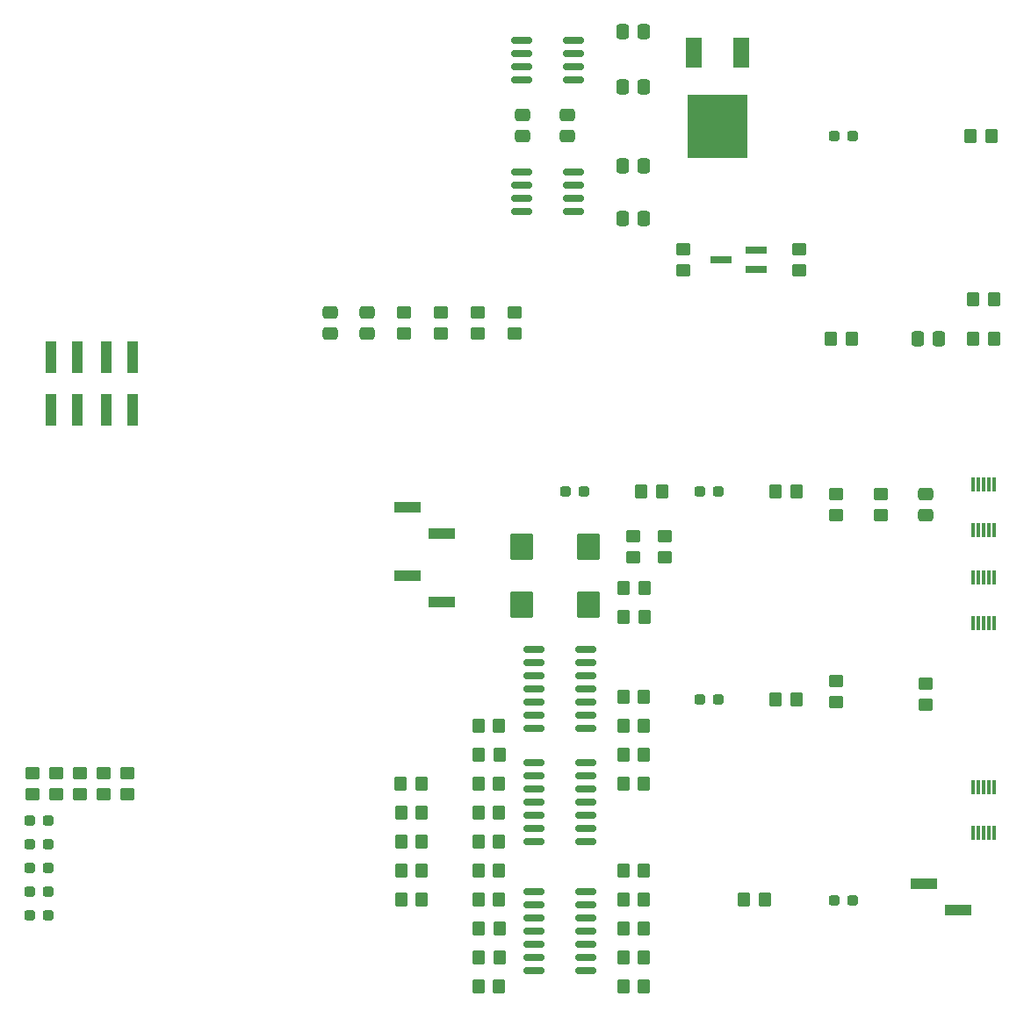
<source format=gtp>
G04 #@! TF.GenerationSoftware,KiCad,Pcbnew,7.0.7*
G04 #@! TF.CreationDate,2023-10-18T16:13:19+03:00*
G04 #@! TF.ProjectId,pcb,7063622e-6b69-4636-9164-5f7063625858,rev?*
G04 #@! TF.SameCoordinates,Original*
G04 #@! TF.FileFunction,Paste,Top*
G04 #@! TF.FilePolarity,Positive*
%FSLAX46Y46*%
G04 Gerber Fmt 4.6, Leading zero omitted, Abs format (unit mm)*
G04 Created by KiCad (PCBNEW 7.0.7) date 2023-10-18 16:13:19*
%MOMM*%
%LPD*%
G01*
G04 APERTURE LIST*
G04 Aperture macros list*
%AMRoundRect*
0 Rectangle with rounded corners*
0 $1 Rounding radius*
0 $2 $3 $4 $5 $6 $7 $8 $9 X,Y pos of 4 corners*
0 Add a 4 corners polygon primitive as box body*
4,1,4,$2,$3,$4,$5,$6,$7,$8,$9,$2,$3,0*
0 Add four circle primitives for the rounded corners*
1,1,$1+$1,$2,$3*
1,1,$1+$1,$4,$5*
1,1,$1+$1,$6,$7*
1,1,$1+$1,$8,$9*
0 Add four rect primitives between the rounded corners*
20,1,$1+$1,$2,$3,$4,$5,0*
20,1,$1+$1,$4,$5,$6,$7,0*
20,1,$1+$1,$6,$7,$8,$9,0*
20,1,$1+$1,$8,$9,$2,$3,0*%
G04 Aperture macros list end*
%ADD10RoundRect,0.250000X0.875000X1.025000X-0.875000X1.025000X-0.875000X-1.025000X0.875000X-1.025000X0*%
%ADD11RoundRect,0.250000X0.350000X0.450000X-0.350000X0.450000X-0.350000X-0.450000X0.350000X-0.450000X0*%
%ADD12R,1.600000X3.000000*%
%ADD13R,5.800000X6.200000*%
%ADD14RoundRect,0.250000X-0.337500X-0.475000X0.337500X-0.475000X0.337500X0.475000X-0.337500X0.475000X0*%
%ADD15RoundRect,0.250000X-0.450000X0.350000X-0.450000X-0.350000X0.450000X-0.350000X0.450000X0.350000X0*%
%ADD16RoundRect,0.237500X-0.287500X-0.237500X0.287500X-0.237500X0.287500X0.237500X-0.287500X0.237500X0*%
%ADD17RoundRect,0.250000X-0.475000X0.337500X-0.475000X-0.337500X0.475000X-0.337500X0.475000X0.337500X0*%
%ADD18R,0.300000X1.400000*%
%ADD19RoundRect,0.250000X-0.350000X-0.450000X0.350000X-0.450000X0.350000X0.450000X-0.350000X0.450000X0*%
%ADD20RoundRect,0.150000X-0.825000X-0.150000X0.825000X-0.150000X0.825000X0.150000X-0.825000X0.150000X0*%
%ADD21R,1.000000X3.150000*%
%ADD22RoundRect,0.237500X0.287500X0.237500X-0.287500X0.237500X-0.287500X-0.237500X0.287500X-0.237500X0*%
%ADD23RoundRect,0.150000X0.825000X0.150000X-0.825000X0.150000X-0.825000X-0.150000X0.825000X-0.150000X0*%
%ADD24RoundRect,0.250000X0.450000X-0.350000X0.450000X0.350000X-0.450000X0.350000X-0.450000X-0.350000X0*%
%ADD25RoundRect,0.250000X0.475000X-0.337500X0.475000X0.337500X-0.475000X0.337500X-0.475000X-0.337500X0*%
%ADD26R,2.510000X1.000000*%
%ADD27R,2.000000X0.650000*%
G04 APERTURE END LIST*
D10*
X158236000Y-103394000D03*
X151836000Y-103394000D03*
X158236000Y-108982000D03*
X151836000Y-108982000D03*
D11*
X149655000Y-120666000D03*
X147655000Y-120666000D03*
D12*
X172973000Y-55685000D03*
X168403000Y-55685000D03*
D13*
X170688000Y-62865000D03*
D14*
X161522500Y-59055000D03*
X163597500Y-59055000D03*
D11*
X163625000Y-126254000D03*
X161625000Y-126254000D03*
X142208000Y-129032000D03*
X140208000Y-129032000D03*
D15*
X182118000Y-116348000D03*
X182118000Y-118348000D03*
D16*
X104422000Y-136652000D03*
X106172000Y-136652000D03*
D11*
X178292000Y-118110000D03*
X176292000Y-118110000D03*
D17*
X136948000Y-80750500D03*
X136948000Y-82825500D03*
D18*
X195342000Y-130978000D03*
X195842000Y-130978000D03*
X196342000Y-130978000D03*
X196842000Y-130978000D03*
X197342000Y-130978000D03*
X197342000Y-126578000D03*
X196842000Y-126578000D03*
X196342000Y-126578000D03*
X195842000Y-126578000D03*
X195342000Y-126578000D03*
D19*
X147671000Y-143018000D03*
X149671000Y-143018000D03*
X173244000Y-137414000D03*
X175244000Y-137414000D03*
D20*
X153038000Y-136668000D03*
X153038000Y-137938000D03*
X153038000Y-139208000D03*
X153038000Y-140478000D03*
X153038000Y-141748000D03*
X153038000Y-143018000D03*
X153038000Y-144288000D03*
X157988000Y-144288000D03*
X157988000Y-143018000D03*
X157988000Y-141748000D03*
X157988000Y-140478000D03*
X157988000Y-139208000D03*
X157988000Y-137938000D03*
X157988000Y-136668000D03*
D11*
X142208000Y-134620000D03*
X140208000Y-134620000D03*
D21*
X114300000Y-85120000D03*
X114300000Y-90170000D03*
X111760000Y-85120000D03*
X111760000Y-90170000D03*
D14*
X161522500Y-66675000D03*
X163597500Y-66675000D03*
D19*
X147655000Y-131842000D03*
X149655000Y-131842000D03*
D11*
X163625000Y-140224000D03*
X161625000Y-140224000D03*
D17*
X133350000Y-80750500D03*
X133350000Y-82825500D03*
D19*
X161641000Y-107347000D03*
X163641000Y-107347000D03*
D22*
X183755000Y-63754000D03*
X182005000Y-63754000D03*
D18*
X195342000Y-101768000D03*
X195842000Y-101768000D03*
X196342000Y-101768000D03*
X196842000Y-101768000D03*
X197342000Y-101768000D03*
X197342000Y-97368000D03*
X196842000Y-97368000D03*
X196342000Y-97368000D03*
X195842000Y-97368000D03*
X195342000Y-97368000D03*
D15*
X165608000Y-102362000D03*
X165608000Y-104362000D03*
D11*
X165338000Y-98044000D03*
X163338000Y-98044000D03*
X142208000Y-131826000D03*
X140208000Y-131826000D03*
D16*
X104408000Y-132080000D03*
X106158000Y-132080000D03*
D11*
X142176000Y-126238000D03*
X140176000Y-126238000D03*
X163625000Y-134636000D03*
X161625000Y-134636000D03*
D19*
X195342000Y-83312000D03*
X197342000Y-83312000D03*
D23*
X156795000Y-71019000D03*
X156795000Y-69749000D03*
X156795000Y-68479000D03*
X156795000Y-67209000D03*
X151845000Y-67209000D03*
X151845000Y-68479000D03*
X151845000Y-69749000D03*
X151845000Y-71019000D03*
D11*
X163625000Y-117872000D03*
X161625000Y-117872000D03*
D15*
X167386000Y-74692000D03*
X167386000Y-76692000D03*
D24*
X113792000Y-127238000D03*
X113792000Y-125238000D03*
X104648000Y-127238000D03*
X104648000Y-125238000D03*
D11*
X163625000Y-137430000D03*
X161625000Y-137430000D03*
D14*
X161522500Y-71755000D03*
X163597500Y-71755000D03*
D23*
X156780000Y-58319000D03*
X156780000Y-57049000D03*
X156780000Y-55779000D03*
X156780000Y-54509000D03*
X151830000Y-54509000D03*
X151830000Y-55779000D03*
X151830000Y-57049000D03*
X151830000Y-58319000D03*
D18*
X195342000Y-110785000D03*
X195842000Y-110785000D03*
X196342000Y-110785000D03*
X196842000Y-110785000D03*
X197342000Y-110785000D03*
X197342000Y-106385000D03*
X196842000Y-106385000D03*
X196342000Y-106385000D03*
X195842000Y-106385000D03*
X195342000Y-106385000D03*
D21*
X108966000Y-85120000D03*
X108966000Y-90170000D03*
X106426000Y-85120000D03*
X106426000Y-90170000D03*
D20*
X153038000Y-124222000D03*
X153038000Y-125492000D03*
X153038000Y-126762000D03*
X153038000Y-128032000D03*
X153038000Y-129302000D03*
X153038000Y-130572000D03*
X153038000Y-131842000D03*
X157988000Y-131842000D03*
X157988000Y-130572000D03*
X157988000Y-129302000D03*
X157988000Y-128032000D03*
X157988000Y-126762000D03*
X157988000Y-125492000D03*
X157988000Y-124222000D03*
D16*
X104422000Y-134366000D03*
X106172000Y-134366000D03*
D22*
X170801000Y-118110000D03*
X169051000Y-118110000D03*
D19*
X161625000Y-120666000D03*
X163625000Y-120666000D03*
D24*
X140516000Y-82788000D03*
X140516000Y-80788000D03*
D19*
X147671000Y-140224000D03*
X149671000Y-140224000D03*
D24*
X144054000Y-82788000D03*
X144054000Y-80788000D03*
D25*
X190754000Y-100351500D03*
X190754000Y-98276500D03*
D11*
X149655000Y-137430000D03*
X147655000Y-137430000D03*
D26*
X193933000Y-138430000D03*
X190623000Y-135890000D03*
D25*
X156210000Y-63775500D03*
X156210000Y-61700500D03*
D19*
X147655000Y-129048000D03*
X149655000Y-129048000D03*
D26*
X140839000Y-106172000D03*
X144149000Y-108712000D03*
D24*
X186436000Y-100314000D03*
X186436000Y-98314000D03*
D11*
X178292000Y-98044000D03*
X176292000Y-98044000D03*
D16*
X104422000Y-138938000D03*
X106172000Y-138938000D03*
X182005000Y-137541000D03*
X183755000Y-137541000D03*
D11*
X197088000Y-63754000D03*
X195088000Y-63754000D03*
D24*
X111506000Y-127238000D03*
X111506000Y-125238000D03*
D27*
X171010000Y-75708000D03*
X174430000Y-76658000D03*
X174430000Y-74758000D03*
D14*
X161522500Y-53684000D03*
X163597500Y-53684000D03*
D11*
X197342000Y-79502000D03*
X195342000Y-79502000D03*
D19*
X147655000Y-126254000D03*
X149655000Y-126254000D03*
D24*
X106934000Y-127238000D03*
X106934000Y-125238000D03*
D19*
X161625000Y-145812000D03*
X163625000Y-145812000D03*
D16*
X104408000Y-129794000D03*
X106158000Y-129794000D03*
D25*
X151892000Y-63775500D03*
X151892000Y-61700500D03*
D19*
X147655000Y-145812000D03*
X149655000Y-145812000D03*
D22*
X157847000Y-98044000D03*
X156097000Y-98044000D03*
D24*
X151130000Y-82788000D03*
X151130000Y-80788000D03*
D22*
X170801000Y-98044000D03*
X169051000Y-98044000D03*
D24*
X182118000Y-100330000D03*
X182118000Y-98330000D03*
D15*
X178562000Y-74708000D03*
X178562000Y-76708000D03*
D14*
X189970500Y-83312000D03*
X192045500Y-83312000D03*
D11*
X163625000Y-123460000D03*
X161625000Y-123460000D03*
D19*
X161625000Y-143018000D03*
X163625000Y-143018000D03*
D11*
X163641000Y-110141000D03*
X161641000Y-110141000D03*
D24*
X147592000Y-82788000D03*
X147592000Y-80788000D03*
X109220000Y-127238000D03*
X109220000Y-125238000D03*
D11*
X183626000Y-83312000D03*
X181626000Y-83312000D03*
D19*
X147671000Y-123460000D03*
X149671000Y-123460000D03*
D11*
X149655000Y-134636000D03*
X147655000Y-134636000D03*
D26*
X144149000Y-102108000D03*
X140839000Y-99568000D03*
D15*
X162560000Y-102394000D03*
X162560000Y-104394000D03*
D19*
X140208000Y-137414000D03*
X142208000Y-137414000D03*
D20*
X153038000Y-113300000D03*
X153038000Y-114570000D03*
X153038000Y-115840000D03*
X153038000Y-117110000D03*
X153038000Y-118380000D03*
X153038000Y-119650000D03*
X153038000Y-120920000D03*
X157988000Y-120920000D03*
X157988000Y-119650000D03*
X157988000Y-118380000D03*
X157988000Y-117110000D03*
X157988000Y-115840000D03*
X157988000Y-114570000D03*
X157988000Y-113300000D03*
D15*
X190754000Y-116602000D03*
X190754000Y-118602000D03*
M02*

</source>
